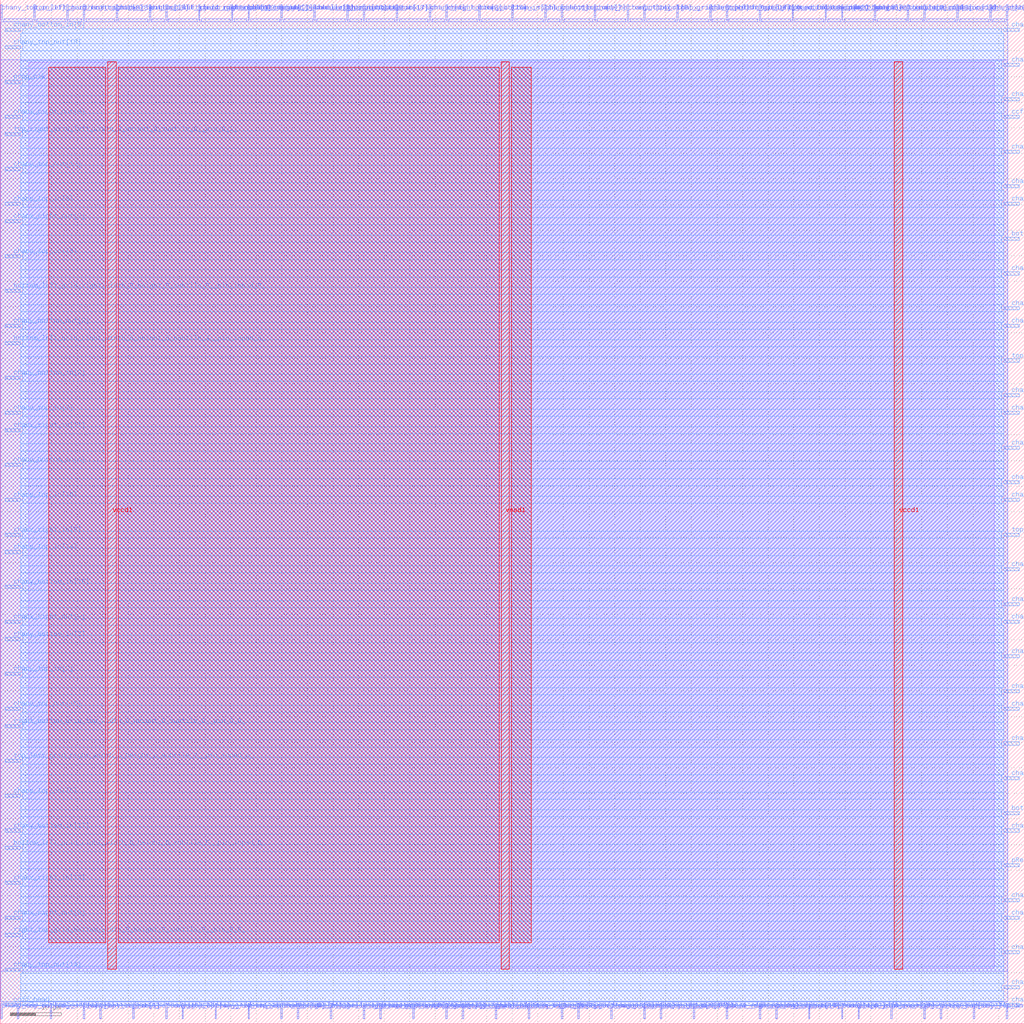
<source format=lef>
VERSION 5.7 ;
  NOWIREEXTENSIONATPIN ON ;
  DIVIDERCHAR "/" ;
  BUSBITCHARS "[]" ;
MACRO sb_0__1_
  CLASS BLOCK ;
  FOREIGN sb_0__1_ ;
  ORIGIN 0.000 0.000 ;
  SIZE 200.000 BY 200.000 ;
  PIN bottom_left_grid_right_width_0_height_0_subtile_0__pin_inpad_0_
    DIRECTION INPUT ;
    USE SIGNAL ;
    PORT
      LAYER met3 ;
        RECT 1.000 142.840 4.000 143.440 ;
    END
  END bottom_left_grid_right_width_0_height_0_subtile_0__pin_inpad_0_
  PIN bottom_left_grid_right_width_0_height_0_subtile_1__pin_inpad_0_
    DIRECTION INPUT ;
    USE SIGNAL ;
    PORT
      LAYER met2 ;
        RECT 29.070 196.000 29.350 199.000 ;
    END
  END bottom_left_grid_right_width_0_height_0_subtile_1__pin_inpad_0_
  PIN bottom_left_grid_right_width_0_height_0_subtile_2__pin_inpad_0_
    DIRECTION INPUT ;
    USE SIGNAL ;
    PORT
      LAYER met2 ;
        RECT 64.490 1.000 64.770 4.000 ;
    END
  END bottom_left_grid_right_width_0_height_0_subtile_2__pin_inpad_0_
  PIN bottom_left_grid_right_width_0_height_0_subtile_3__pin_inpad_0_
    DIRECTION INPUT ;
    USE SIGNAL ;
    PORT
      LAYER met2 ;
        RECT 96.690 1.000 96.970 4.000 ;
    END
  END bottom_left_grid_right_width_0_height_0_subtile_3__pin_inpad_0_
  PIN bottom_left_grid_right_width_0_height_0_subtile_4__pin_inpad_0_
    DIRECTION INPUT ;
    USE SIGNAL ;
    PORT
      LAYER met3 ;
        RECT 1.000 132.640 4.000 133.240 ;
    END
  END bottom_left_grid_right_width_0_height_0_subtile_4__pin_inpad_0_
  PIN bottom_left_grid_right_width_0_height_0_subtile_5__pin_inpad_0_
    DIRECTION INPUT ;
    USE SIGNAL ;
    PORT
      LAYER met3 ;
        RECT 1.000 34.040 4.000 34.640 ;
    END
  END bottom_left_grid_right_width_0_height_0_subtile_5__pin_inpad_0_
  PIN bottom_left_grid_right_width_0_height_0_subtile_6__pin_inpad_0_
    DIRECTION INPUT ;
    USE SIGNAL ;
    PORT
      LAYER met3 ;
        RECT 196.000 153.040 199.000 153.640 ;
    END
  END bottom_left_grid_right_width_0_height_0_subtile_6__pin_inpad_0_
  PIN bottom_left_grid_right_width_0_height_0_subtile_7__pin_inpad_0_
    DIRECTION INPUT ;
    USE SIGNAL ;
    PORT
      LAYER met2 ;
        RECT 58.050 1.000 58.330 4.000 ;
    END
  END bottom_left_grid_right_width_0_height_0_subtile_7__pin_inpad_0_
  PIN bottom_right_grid_left_width_0_height_0_subtile_0__pin_O_3_
    DIRECTION INPUT ;
    USE SIGNAL ;
    PORT
      LAYER met2 ;
        RECT 125.670 196.000 125.950 199.000 ;
    END
  END bottom_right_grid_left_width_0_height_0_subtile_0__pin_O_3_
  PIN bottom_right_grid_left_width_0_height_0_subtile_0__pin_O_7_
    DIRECTION INPUT ;
    USE SIGNAL ;
    PORT
      LAYER met3 ;
        RECT 196.000 40.840 199.000 41.440 ;
    END
  END bottom_right_grid_left_width_0_height_0_subtile_0__pin_O_7_
  PIN ccff_head
    DIRECTION INPUT ;
    USE SIGNAL ;
    PORT
      LAYER met3 ;
        RECT 1.000 3.440 4.000 4.040 ;
    END
  END ccff_head
  PIN ccff_tail
    DIRECTION OUTPUT TRISTATE ;
    USE SIGNAL ;
    PORT
      LAYER met3 ;
        RECT 196.000 176.840 199.000 177.440 ;
    END
  END ccff_tail
  PIN chanx_right_in[0]
    DIRECTION INPUT ;
    USE SIGNAL ;
    PORT
      LAYER met3 ;
        RECT 1.000 95.240 4.000 95.840 ;
    END
  END chanx_right_in[0]
  PIN chanx_right_in[10]
    DIRECTION INPUT ;
    USE SIGNAL ;
    PORT
      LAYER met2 ;
        RECT 132.110 196.000 132.390 199.000 ;
    END
  END chanx_right_in[10]
  PIN chanx_right_in[11]
    DIRECTION INPUT ;
    USE SIGNAL ;
    PORT
      LAYER met3 ;
        RECT 1.000 115.640 4.000 116.240 ;
    END
  END chanx_right_in[11]
  PIN chanx_right_in[12]
    DIRECTION INPUT ;
    USE SIGNAL ;
    PORT
      LAYER met2 ;
        RECT 61.270 196.000 61.550 199.000 ;
    END
  END chanx_right_in[12]
  PIN chanx_right_in[13]
    DIRECTION INPUT ;
    USE SIGNAL ;
    PORT
      LAYER met3 ;
        RECT 196.000 54.440 199.000 55.040 ;
    END
  END chanx_right_in[13]
  PIN chanx_right_in[14]
    DIRECTION INPUT ;
    USE SIGNAL ;
    PORT
      LAYER met2 ;
        RECT 141.770 1.000 142.050 4.000 ;
    END
  END chanx_right_in[14]
  PIN chanx_right_in[15]
    DIRECTION INPUT ;
    USE SIGNAL ;
    PORT
      LAYER met2 ;
        RECT 22.630 196.000 22.910 199.000 ;
    END
  END chanx_right_in[15]
  PIN chanx_right_in[16]
    DIRECTION INPUT ;
    USE SIGNAL ;
    PORT
      LAYER met2 ;
        RECT 180.410 196.000 180.690 199.000 ;
    END
  END chanx_right_in[16]
  PIN chanx_right_in[17]
    DIRECTION INPUT ;
    USE SIGNAL ;
    PORT
      LAYER met2 ;
        RECT 186.850 196.000 187.130 199.000 ;
    END
  END chanx_right_in[17]
  PIN chanx_right_in[18]
    DIRECTION INPUT ;
    USE SIGNAL ;
    PORT
      LAYER met3 ;
        RECT 1.000 27.240 4.000 27.840 ;
    END
  END chanx_right_in[18]
  PIN chanx_right_in[1]
    DIRECTION INPUT ;
    USE SIGNAL ;
    PORT
      LAYER met2 ;
        RECT 103.130 1.000 103.410 4.000 ;
    END
  END chanx_right_in[1]
  PIN chanx_right_in[2]
    DIRECTION INPUT ;
    USE SIGNAL ;
    PORT
      LAYER met3 ;
        RECT 196.000 139.440 199.000 140.040 ;
    END
  END chanx_right_in[2]
  PIN chanx_right_in[3]
    DIRECTION INPUT ;
    USE SIGNAL ;
    PORT
      LAYER met3 ;
        RECT 196.000 61.240 199.000 61.840 ;
    END
  END chanx_right_in[3]
  PIN chanx_right_in[4]
    DIRECTION INPUT ;
    USE SIGNAL ;
    PORT
      LAYER met2 ;
        RECT 77.370 196.000 77.650 199.000 ;
    END
  END chanx_right_in[4]
  PIN chanx_right_in[5]
    DIRECTION INPUT ;
    USE SIGNAL ;
    PORT
      LAYER met2 ;
        RECT 196.510 1.000 196.790 4.000 ;
    END
  END chanx_right_in[5]
  PIN chanx_right_in[6]
    DIRECTION INPUT ;
    USE SIGNAL ;
    PORT
      LAYER met2 ;
        RECT 164.310 196.000 164.590 199.000 ;
    END
  END chanx_right_in[6]
  PIN chanx_right_in[7]
    DIRECTION INPUT ;
    USE SIGNAL ;
    PORT
      LAYER met2 ;
        RECT 87.030 1.000 87.310 4.000 ;
    END
  END chanx_right_in[7]
  PIN chanx_right_in[8]
    DIRECTION INPUT ;
    USE SIGNAL ;
    PORT
      LAYER met2 ;
        RECT 16.190 196.000 16.470 199.000 ;
    END
  END chanx_right_in[8]
  PIN chanx_right_in[9]
    DIRECTION INPUT ;
    USE SIGNAL ;
    PORT
      LAYER met2 ;
        RECT 54.830 1.000 55.110 4.000 ;
    END
  END chanx_right_in[9]
  PIN chanx_right_out[0]
    DIRECTION OUTPUT TRISTATE ;
    USE SIGNAL ;
    PORT
      LAYER met3 ;
        RECT 1.000 78.240 4.000 78.840 ;
    END
  END chanx_right_out[0]
  PIN chanx_right_out[10]
    DIRECTION OUTPUT TRISTATE ;
    USE SIGNAL ;
    PORT
      LAYER met2 ;
        RECT 125.670 1.000 125.950 4.000 ;
    END
  END chanx_right_out[10]
  PIN chanx_right_out[11]
    DIRECTION OUTPUT TRISTATE ;
    USE SIGNAL ;
    PORT
      LAYER met3 ;
        RECT 196.000 64.640 199.000 65.240 ;
    END
  END chanx_right_out[11]
  PIN chanx_right_out[12]
    DIRECTION OUTPUT TRISTATE ;
    USE SIGNAL ;
    PORT
      LAYER met3 ;
        RECT 196.000 136.040 199.000 136.640 ;
    END
  END chanx_right_out[12]
  PIN chanx_right_out[13]
    DIRECTION OUTPUT TRISTATE ;
    USE SIGNAL ;
    PORT
      LAYER met2 ;
        RECT 173.970 1.000 174.250 4.000 ;
    END
  END chanx_right_out[13]
  PIN chanx_right_out[14]
    DIRECTION OUTPUT TRISTATE ;
    USE SIGNAL ;
    PORT
      LAYER met2 ;
        RECT 74.150 1.000 74.430 4.000 ;
    END
  END chanx_right_out[14]
  PIN chanx_right_out[15]
    DIRECTION OUTPUT TRISTATE ;
    USE SIGNAL ;
    PORT
      LAYER met2 ;
        RECT 161.090 196.000 161.370 199.000 ;
    END
  END chanx_right_out[15]
  PIN chanx_right_out[16]
    DIRECTION OUTPUT TRISTATE ;
    USE SIGNAL ;
    PORT
      LAYER met2 ;
        RECT 99.910 196.000 100.190 199.000 ;
    END
  END chanx_right_out[16]
  PIN chanx_right_out[17]
    DIRECTION OUTPUT TRISTATE ;
    USE SIGNAL ;
    PORT
      LAYER met2 ;
        RECT 167.530 1.000 167.810 4.000 ;
    END
  END chanx_right_out[17]
  PIN chanx_right_out[18]
    DIRECTION OUTPUT TRISTATE ;
    USE SIGNAL ;
    PORT
      LAYER met3 ;
        RECT 196.000 81.640 199.000 82.240 ;
    END
  END chanx_right_out[18]
  PIN chanx_right_out[1]
    DIRECTION OUTPUT TRISTATE ;
    USE SIGNAL ;
    PORT
      LAYER met2 ;
        RECT 38.730 196.000 39.010 199.000 ;
    END
  END chanx_right_out[1]
  PIN chanx_right_out[2]
    DIRECTION OUTPUT TRISTATE ;
    USE SIGNAL ;
    PORT
      LAYER met3 ;
        RECT 196.000 119.040 199.000 119.640 ;
    END
  END chanx_right_out[2]
  PIN chanx_right_out[3]
    DIRECTION OUTPUT TRISTATE ;
    USE SIGNAL ;
    PORT
      LAYER met2 ;
        RECT 83.810 196.000 84.090 199.000 ;
    END
  END chanx_right_out[3]
  PIN chanx_right_out[4]
    DIRECTION OUTPUT TRISTATE ;
    USE SIGNAL ;
    PORT
      LAYER met3 ;
        RECT 196.000 163.240 199.000 163.840 ;
    END
  END chanx_right_out[4]
  PIN chanx_right_out[5]
    DIRECTION OUTPUT TRISTATE ;
    USE SIGNAL ;
    PORT
      LAYER met3 ;
        RECT 1.000 20.440 4.000 21.040 ;
    END
  END chanx_right_out[5]
  PIN chanx_right_out[6]
    DIRECTION OUTPUT TRISTATE ;
    USE SIGNAL ;
    PORT
      LAYER met3 ;
        RECT 196.000 88.440 199.000 89.040 ;
    END
  END chanx_right_out[6]
  PIN chanx_right_out[7]
    DIRECTION OUTPUT TRISTATE ;
    USE SIGNAL ;
    PORT
      LAYER met3 ;
        RECT 1.000 156.440 4.000 157.040 ;
    END
  END chanx_right_out[7]
  PIN chanx_right_out[8]
    DIRECTION OUTPUT TRISTATE ;
    USE SIGNAL ;
    PORT
      LAYER met3 ;
        RECT 1.000 176.840 4.000 177.440 ;
    END
  END chanx_right_out[8]
  PIN chanx_right_out[9]
    DIRECTION OUTPUT TRISTATE ;
    USE SIGNAL ;
    PORT
      LAYER met3 ;
        RECT 196.000 159.840 199.000 160.440 ;
    END
  END chanx_right_out[9]
  PIN chany_bottom_in[0]
    DIRECTION INPUT ;
    USE SIGNAL ;
    PORT
      LAYER met3 ;
        RECT 196.000 6.840 199.000 7.440 ;
    END
  END chany_bottom_in[0]
  PIN chany_bottom_in[10]
    DIRECTION INPUT ;
    USE SIGNAL ;
    PORT
      LAYER met2 ;
        RECT 106.350 196.000 106.630 199.000 ;
    END
  END chany_bottom_in[10]
  PIN chany_bottom_in[11]
    DIRECTION INPUT ;
    USE SIGNAL ;
    PORT
      LAYER met2 ;
        RECT 93.470 196.000 93.750 199.000 ;
    END
  END chany_bottom_in[11]
  PIN chany_bottom_in[12]
    DIRECTION INPUT ;
    USE SIGNAL ;
    PORT
      LAYER met2 ;
        RECT 154.650 196.000 154.930 199.000 ;
    END
  END chany_bottom_in[12]
  PIN chany_bottom_in[13]
    DIRECTION INPUT ;
    USE SIGNAL ;
    PORT
      LAYER met3 ;
        RECT 196.000 187.040 199.000 187.640 ;
    END
  END chany_bottom_in[13]
  PIN chany_bottom_in[14]
    DIRECTION INPUT ;
    USE SIGNAL ;
    PORT
      LAYER met2 ;
        RECT 116.010 196.000 116.290 199.000 ;
    END
  END chany_bottom_in[14]
  PIN chany_bottom_in[15]
    DIRECTION INPUT ;
    USE SIGNAL ;
    PORT
      LAYER met2 ;
        RECT 48.390 1.000 48.670 4.000 ;
    END
  END chany_bottom_in[15]
  PIN chany_bottom_in[16]
    DIRECTION INPUT ;
    USE SIGNAL ;
    PORT
      LAYER met3 ;
        RECT 1.000 85.040 4.000 85.640 ;
    END
  END chany_bottom_in[16]
  PIN chany_bottom_in[17]
    DIRECTION INPUT ;
    USE SIGNAL ;
    PORT
      LAYER met3 ;
        RECT 1.000 37.440 4.000 38.040 ;
    END
  END chany_bottom_in[17]
  PIN chany_bottom_in[18]
    DIRECTION INPUT ;
    USE SIGNAL ;
    PORT
      LAYER met2 ;
        RECT 157.870 1.000 158.150 4.000 ;
    END
  END chany_bottom_in[18]
  PIN chany_bottom_in[1]
    DIRECTION INPUT ;
    USE SIGNAL ;
    PORT
      LAYER met3 ;
        RECT 196.000 3.440 199.000 4.040 ;
    END
  END chany_bottom_in[1]
  PIN chany_bottom_in[2]
    DIRECTION INPUT ;
    USE SIGNAL ;
    PORT
      LAYER met3 ;
        RECT 1.000 74.840 4.000 75.440 ;
    END
  END chany_bottom_in[2]
  PIN chany_bottom_in[3]
    DIRECTION INPUT ;
    USE SIGNAL ;
    PORT
      LAYER met3 ;
        RECT 196.000 37.440 199.000 38.040 ;
    END
  END chany_bottom_in[3]
  PIN chany_bottom_in[4]
    DIRECTION INPUT ;
    USE SIGNAL ;
    PORT
      LAYER met2 ;
        RECT 54.830 196.000 55.110 199.000 ;
    END
  END chany_bottom_in[4]
  PIN chany_bottom_in[5]
    DIRECTION INPUT ;
    USE SIGNAL ;
    PORT
      LAYER met3 ;
        RECT 1.000 193.840 4.000 194.440 ;
    END
  END chany_bottom_in[5]
  PIN chany_bottom_in[6]
    DIRECTION INPUT ;
    USE SIGNAL ;
    PORT
      LAYER met3 ;
        RECT 1.000 108.840 4.000 109.440 ;
    END
  END chany_bottom_in[6]
  PIN chany_bottom_in[7]
    DIRECTION INPUT ;
    USE SIGNAL ;
    PORT
      LAYER met2 ;
        RECT 80.590 1.000 80.870 4.000 ;
    END
  END chany_bottom_in[7]
  PIN chany_bottom_in[8]
    DIRECTION INPUT ;
    USE SIGNAL ;
    PORT
      LAYER met3 ;
        RECT 1.000 125.840 4.000 126.440 ;
    END
  END chany_bottom_in[8]
  PIN chany_bottom_in[9]
    DIRECTION INPUT ;
    USE SIGNAL ;
    PORT
      LAYER met2 ;
        RECT 170.750 196.000 171.030 199.000 ;
    END
  END chany_bottom_in[9]
  PIN chany_bottom_out[0]
    DIRECTION OUTPUT TRISTATE ;
    USE SIGNAL ;
    PORT
      LAYER met2 ;
        RECT 112.790 1.000 113.070 4.000 ;
    END
  END chany_bottom_out[0]
  PIN chany_bottom_out[10]
    DIRECTION OUTPUT TRISTATE ;
    USE SIGNAL ;
    PORT
      LAYER met2 ;
        RECT 148.210 1.000 148.490 4.000 ;
    END
  END chany_bottom_out[10]
  PIN chany_bottom_out[11]
    DIRECTION OUTPUT TRISTATE ;
    USE SIGNAL ;
    PORT
      LAYER met3 ;
        RECT 196.000 122.440 199.000 123.040 ;
    END
  END chany_bottom_out[11]
  PIN chany_bottom_out[12]
    DIRECTION OUTPUT TRISTATE ;
    USE SIGNAL ;
    PORT
      LAYER met3 ;
        RECT 196.000 23.840 199.000 24.440 ;
    END
  END chany_bottom_out[12]
  PIN chany_bottom_out[13]
    DIRECTION OUTPUT TRISTATE ;
    USE SIGNAL ;
    PORT
      LAYER met2 ;
        RECT 138.550 196.000 138.830 199.000 ;
    END
  END chany_bottom_out[13]
  PIN chany_bottom_out[14]
    DIRECTION OUTPUT TRISTATE ;
    USE SIGNAL ;
    PORT
      LAYER met3 ;
        RECT 196.000 193.840 199.000 194.440 ;
    END
  END chany_bottom_out[14]
  PIN chany_bottom_out[15]
    DIRECTION OUTPUT TRISTATE ;
    USE SIGNAL ;
    PORT
      LAYER met2 ;
        RECT 87.030 196.000 87.310 199.000 ;
    END
  END chany_bottom_out[15]
  PIN chany_bottom_out[16]
    DIRECTION OUTPUT TRISTATE ;
    USE SIGNAL ;
    PORT
      LAYER met2 ;
        RECT 3.310 1.000 3.590 4.000 ;
    END
  END chany_bottom_out[16]
  PIN chany_bottom_out[17]
    DIRECTION OUTPUT TRISTATE ;
    USE SIGNAL ;
    PORT
      LAYER met2 ;
        RECT 25.850 1.000 26.130 4.000 ;
    END
  END chany_bottom_out[17]
  PIN chany_bottom_out[18]
    DIRECTION OUTPUT TRISTATE ;
    USE SIGNAL ;
    PORT
      LAYER met2 ;
        RECT 67.710 196.000 67.990 199.000 ;
    END
  END chany_bottom_out[18]
  PIN chany_bottom_out[1]
    DIRECTION OUTPUT TRISTATE ;
    USE SIGNAL ;
    PORT
      LAYER met2 ;
        RECT 45.170 196.000 45.450 199.000 ;
    END
  END chany_bottom_out[1]
  PIN chany_bottom_out[2]
    DIRECTION OUTPUT TRISTATE ;
    USE SIGNAL ;
    PORT
      LAYER met3 ;
        RECT 196.000 105.440 199.000 106.040 ;
    END
  END chany_bottom_out[2]
  PIN chany_bottom_out[3]
    DIRECTION OUTPUT TRISTATE ;
    USE SIGNAL ;
    PORT
      LAYER met3 ;
        RECT 196.000 71.440 199.000 72.040 ;
    END
  END chany_bottom_out[3]
  PIN chany_bottom_out[4]
    DIRECTION OUTPUT TRISTATE ;
    USE SIGNAL ;
    PORT
      LAYER met2 ;
        RECT 196.510 196.000 196.790 199.000 ;
    END
  END chany_bottom_out[4]
  PIN chany_bottom_out[5]
    DIRECTION OUTPUT TRISTATE ;
    USE SIGNAL ;
    PORT
      LAYER met2 ;
        RECT 16.190 1.000 16.470 4.000 ;
    END
  END chany_bottom_out[5]
  PIN chany_bottom_out[6]
    DIRECTION OUTPUT TRISTATE ;
    USE SIGNAL ;
    PORT
      LAYER met3 ;
        RECT 196.000 13.640 199.000 14.240 ;
    END
  END chany_bottom_out[6]
  PIN chany_bottom_out[7]
    DIRECTION OUTPUT TRISTATE ;
    USE SIGNAL ;
    PORT
      LAYER met3 ;
        RECT 196.000 78.240 199.000 78.840 ;
    END
  END chany_bottom_out[7]
  PIN chany_bottom_out[8]
    DIRECTION OUTPUT TRISTATE ;
    USE SIGNAL ;
    PORT
      LAYER met3 ;
        RECT 1.000 136.040 4.000 136.640 ;
    END
  END chany_bottom_out[8]
  PIN chany_bottom_out[9]
    DIRECTION OUTPUT TRISTATE ;
    USE SIGNAL ;
    PORT
      LAYER met2 ;
        RECT 12.970 196.000 13.250 199.000 ;
    END
  END chany_bottom_out[9]
  PIN chany_top_in[0]
    DIRECTION INPUT ;
    USE SIGNAL ;
    PORT
      LAYER met2 ;
        RECT 183.630 1.000 183.910 4.000 ;
    END
  END chany_top_in[0]
  PIN chany_top_in[10]
    DIRECTION INPUT ;
    USE SIGNAL ;
    PORT
      LAYER met3 ;
        RECT 1.000 102.040 4.000 102.640 ;
    END
  END chany_top_in[10]
  PIN chany_top_in[11]
    DIRECTION INPUT ;
    USE SIGNAL ;
    PORT
      LAYER met2 ;
        RECT 0.090 196.000 0.370 199.000 ;
    END
  END chany_top_in[11]
  PIN chany_top_in[12]
    DIRECTION INPUT ;
    USE SIGNAL ;
    PORT
      LAYER met2 ;
        RECT 193.290 196.000 193.570 199.000 ;
    END
  END chany_top_in[12]
  PIN chany_top_in[13]
    DIRECTION INPUT ;
    USE SIGNAL ;
    PORT
      LAYER met2 ;
        RECT 41.950 1.000 42.230 4.000 ;
    END
  END chany_top_in[13]
  PIN chany_top_in[14]
    DIRECTION INPUT ;
    USE SIGNAL ;
    PORT
      LAYER met3 ;
        RECT 1.000 91.840 4.000 92.440 ;
    END
  END chany_top_in[14]
  PIN chany_top_in[15]
    DIRECTION INPUT ;
    USE SIGNAL ;
    PORT
      LAYER met2 ;
        RECT 119.230 1.000 119.510 4.000 ;
    END
  END chany_top_in[15]
  PIN chany_top_in[16]
    DIRECTION INPUT ;
    USE SIGNAL ;
    PORT
      LAYER met2 ;
        RECT 190.070 1.000 190.350 4.000 ;
    END
  END chany_top_in[16]
  PIN chany_top_in[17]
    DIRECTION INPUT ;
    USE SIGNAL ;
    PORT
      LAYER met2 ;
        RECT 70.930 196.000 71.210 199.000 ;
    END
  END chany_top_in[17]
  PIN chany_top_in[18]
    DIRECTION INPUT ;
    USE SIGNAL ;
    PORT
      LAYER met2 ;
        RECT 151.430 1.000 151.710 4.000 ;
    END
  END chany_top_in[18]
  PIN chany_top_in[1]
    DIRECTION INPUT ;
    USE SIGNAL ;
    PORT
      LAYER met2 ;
        RECT 19.410 1.000 19.690 4.000 ;
    END
  END chany_top_in[1]
  PIN chany_top_in[2]
    DIRECTION INPUT ;
    USE SIGNAL ;
    PORT
      LAYER met3 ;
        RECT 1.000 68.040 4.000 68.640 ;
    END
  END chany_top_in[2]
  PIN chany_top_in[3]
    DIRECTION INPUT ;
    USE SIGNAL ;
    PORT
      LAYER met3 ;
        RECT 196.000 20.440 199.000 21.040 ;
    END
  END chany_top_in[3]
  PIN chany_top_in[4]
    DIRECTION INPUT ;
    USE SIGNAL ;
    PORT
      LAYER met3 ;
        RECT 196.000 146.240 199.000 146.840 ;
    END
  END chany_top_in[4]
  PIN chany_top_in[5]
    DIRECTION INPUT ;
    USE SIGNAL ;
    PORT
      LAYER met3 ;
        RECT 196.000 102.040 199.000 102.640 ;
    END
  END chany_top_in[5]
  PIN chany_top_in[6]
    DIRECTION INPUT ;
    USE SIGNAL ;
    PORT
      LAYER met2 ;
        RECT 164.310 1.000 164.590 4.000 ;
    END
  END chany_top_in[6]
  PIN chany_top_in[7]
    DIRECTION INPUT ;
    USE SIGNAL ;
    PORT
      LAYER met3 ;
        RECT 1.000 119.040 4.000 119.640 ;
    END
  END chany_top_in[7]
  PIN chany_top_in[8]
    DIRECTION INPUT ;
    USE SIGNAL ;
    PORT
      LAYER met3 ;
        RECT 196.000 47.640 199.000 48.240 ;
    END
  END chany_top_in[8]
  PIN chany_top_in[9]
    DIRECTION INPUT ;
    USE SIGNAL ;
    PORT
      LAYER met3 ;
        RECT 1.000 159.840 4.000 160.440 ;
    END
  END chany_top_in[9]
  PIN chany_top_out[0]
    DIRECTION OUTPUT TRISTATE ;
    USE SIGNAL ;
    PORT
      LAYER met3 ;
        RECT 196.000 112.240 199.000 112.840 ;
    END
  END chany_top_out[0]
  PIN chany_top_out[10]
    DIRECTION OUTPUT TRISTATE ;
    USE SIGNAL ;
    PORT
      LAYER met3 ;
        RECT 196.000 170.040 199.000 170.640 ;
    END
  END chany_top_out[10]
  PIN chany_top_out[11]
    DIRECTION OUTPUT TRISTATE ;
    USE SIGNAL ;
    PORT
      LAYER met2 ;
        RECT 180.410 1.000 180.690 4.000 ;
    END
  END chany_top_out[11]
  PIN chany_top_out[12]
    DIRECTION OUTPUT TRISTATE ;
    USE SIGNAL ;
    PORT
      LAYER met3 ;
        RECT 196.000 180.240 199.000 180.840 ;
    END
  END chany_top_out[12]
  PIN chany_top_out[13]
    DIRECTION OUTPUT TRISTATE ;
    USE SIGNAL ;
    PORT
      LAYER met3 ;
        RECT 1.000 166.640 4.000 167.240 ;
    END
  END chany_top_out[13]
  PIN chany_top_out[14]
    DIRECTION OUTPUT TRISTATE ;
    USE SIGNAL ;
    PORT
      LAYER met3 ;
        RECT 1.000 10.240 4.000 10.840 ;
    END
  END chany_top_out[14]
  PIN chany_top_out[15]
    DIRECTION OUTPUT TRISTATE ;
    USE SIGNAL ;
    PORT
      LAYER met3 ;
        RECT 1.000 61.240 4.000 61.840 ;
    END
  END chany_top_out[15]
  PIN chany_top_out[16]
    DIRECTION OUTPUT TRISTATE ;
    USE SIGNAL ;
    PORT
      LAYER met2 ;
        RECT 0.090 1.000 0.370 4.000 ;
    END
  END chany_top_out[16]
  PIN chany_top_out[17]
    DIRECTION OUTPUT TRISTATE ;
    USE SIGNAL ;
    PORT
      LAYER met2 ;
        RECT 128.890 1.000 129.170 4.000 ;
    END
  END chany_top_out[17]
  PIN chany_top_out[18]
    DIRECTION OUTPUT TRISTATE ;
    USE SIGNAL ;
    PORT
      LAYER met3 ;
        RECT 1.000 190.440 4.000 191.040 ;
    END
  END chany_top_out[18]
  PIN chany_top_out[1]
    DIRECTION OUTPUT TRISTATE ;
    USE SIGNAL ;
    PORT
      LAYER met2 ;
        RECT 48.390 196.000 48.670 199.000 ;
    END
  END chany_top_out[1]
  PIN chany_top_out[2]
    DIRECTION OUTPUT TRISTATE ;
    USE SIGNAL ;
    PORT
      LAYER met2 ;
        RECT 122.450 196.000 122.730 199.000 ;
    END
  END chany_top_out[2]
  PIN chany_top_out[3]
    DIRECTION OUTPUT TRISTATE ;
    USE SIGNAL ;
    PORT
      LAYER met3 ;
        RECT 1.000 149.640 4.000 150.240 ;
    END
  END chany_top_out[3]
  PIN chany_top_out[4]
    DIRECTION OUTPUT TRISTATE ;
    USE SIGNAL ;
    PORT
      LAYER met2 ;
        RECT 32.290 1.000 32.570 4.000 ;
    END
  END chany_top_out[4]
  PIN chany_top_out[5]
    DIRECTION OUTPUT TRISTATE ;
    USE SIGNAL ;
    PORT
      LAYER met2 ;
        RECT 9.750 1.000 10.030 4.000 ;
    END
  END chany_top_out[5]
  PIN chany_top_out[6]
    DIRECTION OUTPUT TRISTATE ;
    USE SIGNAL ;
    PORT
      LAYER met3 ;
        RECT 1.000 44.240 4.000 44.840 ;
    END
  END chany_top_out[6]
  PIN chany_top_out[7]
    DIRECTION OUTPUT TRISTATE ;
    USE SIGNAL ;
    PORT
      LAYER met2 ;
        RECT 109.570 196.000 109.850 199.000 ;
    END
  END chany_top_out[7]
  PIN chany_top_out[8]
    DIRECTION OUTPUT TRISTATE ;
    USE SIGNAL ;
    PORT
      LAYER met2 ;
        RECT 90.250 1.000 90.530 4.000 ;
    END
  END chany_top_out[8]
  PIN chany_top_out[9]
    DIRECTION OUTPUT TRISTATE ;
    USE SIGNAL ;
    PORT
      LAYER met2 ;
        RECT 177.190 196.000 177.470 199.000 ;
    END
  END chany_top_out[9]
  PIN pReset
    DIRECTION INPUT ;
    USE SIGNAL ;
    PORT
      LAYER met3 ;
        RECT 196.000 30.640 199.000 31.240 ;
    END
  END pReset
  PIN prog_clk
    DIRECTION INPUT ;
    USE SIGNAL ;
    PORT
      LAYER met3 ;
        RECT 1.000 183.640 4.000 184.240 ;
    END
  END prog_clk
  PIN right_bottom_grid_top_width_0_height_0_subtile_0__pin_O_0_
    DIRECTION INPUT ;
    USE SIGNAL ;
    PORT
      LAYER met3 ;
        RECT 1.000 57.840 4.000 58.440 ;
    END
  END right_bottom_grid_top_width_0_height_0_subtile_0__pin_O_0_
  PIN right_bottom_grid_top_width_0_height_0_subtile_0__pin_O_4_
    DIRECTION INPUT ;
    USE SIGNAL ;
    PORT
      LAYER met2 ;
        RECT 35.510 1.000 35.790 4.000 ;
    END
  END right_bottom_grid_top_width_0_height_0_subtile_0__pin_O_4_
  PIN right_top_grid_bottom_width_0_height_0_subtile_0__pin_O_2_
    DIRECTION INPUT ;
    USE SIGNAL ;
    PORT
      LAYER met2 ;
        RECT 70.930 1.000 71.210 4.000 ;
    END
  END right_top_grid_bottom_width_0_height_0_subtile_0__pin_O_2_
  PIN right_top_grid_bottom_width_0_height_0_subtile_0__pin_O_6_
    DIRECTION INPUT ;
    USE SIGNAL ;
    PORT
      LAYER met3 ;
        RECT 1.000 17.040 4.000 17.640 ;
    END
  END right_top_grid_bottom_width_0_height_0_subtile_0__pin_O_6_
  PIN top_left_grid_right_width_0_height_0_subtile_0__pin_inpad_0_
    DIRECTION INPUT ;
    USE SIGNAL ;
    PORT
      LAYER met3 ;
        RECT 196.000 129.240 199.000 129.840 ;
    END
  END top_left_grid_right_width_0_height_0_subtile_0__pin_inpad_0_
  PIN top_left_grid_right_width_0_height_0_subtile_1__pin_inpad_0_
    DIRECTION INPUT ;
    USE SIGNAL ;
    PORT
      LAYER met2 ;
        RECT 109.570 1.000 109.850 4.000 ;
    END
  END top_left_grid_right_width_0_height_0_subtile_1__pin_inpad_0_
  PIN top_left_grid_right_width_0_height_0_subtile_2__pin_inpad_0_
    DIRECTION INPUT ;
    USE SIGNAL ;
    PORT
      LAYER met2 ;
        RECT 148.210 196.000 148.490 199.000 ;
    END
  END top_left_grid_right_width_0_height_0_subtile_2__pin_inpad_0_
  PIN top_left_grid_right_width_0_height_0_subtile_3__pin_inpad_0_
    DIRECTION INPUT ;
    USE SIGNAL ;
    PORT
      LAYER met2 ;
        RECT 141.770 196.000 142.050 199.000 ;
    END
  END top_left_grid_right_width_0_height_0_subtile_3__pin_inpad_0_
  PIN top_left_grid_right_width_0_height_0_subtile_4__pin_inpad_0_
    DIRECTION INPUT ;
    USE SIGNAL ;
    PORT
      LAYER met2 ;
        RECT 6.530 196.000 6.810 199.000 ;
    END
  END top_left_grid_right_width_0_height_0_subtile_4__pin_inpad_0_
  PIN top_left_grid_right_width_0_height_0_subtile_5__pin_inpad_0_
    DIRECTION INPUT ;
    USE SIGNAL ;
    PORT
      LAYER met2 ;
        RECT 32.290 196.000 32.570 199.000 ;
    END
  END top_left_grid_right_width_0_height_0_subtile_5__pin_inpad_0_
  PIN top_left_grid_right_width_0_height_0_subtile_6__pin_inpad_0_
    DIRECTION INPUT ;
    USE SIGNAL ;
    PORT
      LAYER met2 ;
        RECT 135.330 1.000 135.610 4.000 ;
    END
  END top_left_grid_right_width_0_height_0_subtile_6__pin_inpad_0_
  PIN top_left_grid_right_width_0_height_0_subtile_7__pin_inpad_0_
    DIRECTION INPUT ;
    USE SIGNAL ;
    PORT
      LAYER met3 ;
        RECT 1.000 51.040 4.000 51.640 ;
    END
  END top_left_grid_right_width_0_height_0_subtile_7__pin_inpad_0_
  PIN top_right_grid_left_width_0_height_0_subtile_0__pin_O_3_
    DIRECTION INPUT ;
    USE SIGNAL ;
    PORT
      LAYER met3 ;
        RECT 1.000 173.440 4.000 174.040 ;
    END
  END top_right_grid_left_width_0_height_0_subtile_0__pin_O_3_
  PIN top_right_grid_left_width_0_height_0_subtile_0__pin_O_7_
    DIRECTION INPUT ;
    USE SIGNAL ;
    PORT
      LAYER met3 ;
        RECT 196.000 95.240 199.000 95.840 ;
    END
  END top_right_grid_left_width_0_height_0_subtile_0__pin_O_7_
  PIN vccd1
    DIRECTION INOUT ;
    USE POWER ;
    PORT
      LAYER met4 ;
        RECT 21.040 10.640 22.640 187.920 ;
    END
    PORT
      LAYER met4 ;
        RECT 174.640 10.640 176.240 187.920 ;
    END
  END vccd1
  PIN vssd1
    DIRECTION INOUT ;
    USE GROUND ;
    PORT
      LAYER met4 ;
        RECT 97.840 10.640 99.440 187.920 ;
    END
  END vssd1
  OBS
      LAYER li1 ;
        RECT 5.520 10.795 194.120 187.765 ;
      LAYER met1 ;
        RECT 0.070 10.240 196.810 188.320 ;
      LAYER met2 ;
        RECT 0.650 195.720 6.250 196.250 ;
        RECT 7.090 195.720 12.690 196.250 ;
        RECT 13.530 195.720 15.910 196.250 ;
        RECT 16.750 195.720 22.350 196.250 ;
        RECT 23.190 195.720 28.790 196.250 ;
        RECT 29.630 195.720 32.010 196.250 ;
        RECT 32.850 195.720 38.450 196.250 ;
        RECT 39.290 195.720 44.890 196.250 ;
        RECT 45.730 195.720 48.110 196.250 ;
        RECT 48.950 195.720 54.550 196.250 ;
        RECT 55.390 195.720 60.990 196.250 ;
        RECT 61.830 195.720 67.430 196.250 ;
        RECT 68.270 195.720 70.650 196.250 ;
        RECT 71.490 195.720 77.090 196.250 ;
        RECT 77.930 195.720 83.530 196.250 ;
        RECT 84.370 195.720 86.750 196.250 ;
        RECT 87.590 195.720 93.190 196.250 ;
        RECT 94.030 195.720 99.630 196.250 ;
        RECT 100.470 195.720 106.070 196.250 ;
        RECT 106.910 195.720 109.290 196.250 ;
        RECT 110.130 195.720 115.730 196.250 ;
        RECT 116.570 195.720 122.170 196.250 ;
        RECT 123.010 195.720 125.390 196.250 ;
        RECT 126.230 195.720 131.830 196.250 ;
        RECT 132.670 195.720 138.270 196.250 ;
        RECT 139.110 195.720 141.490 196.250 ;
        RECT 142.330 195.720 147.930 196.250 ;
        RECT 148.770 195.720 154.370 196.250 ;
        RECT 155.210 195.720 160.810 196.250 ;
        RECT 161.650 195.720 164.030 196.250 ;
        RECT 164.870 195.720 170.470 196.250 ;
        RECT 171.310 195.720 176.910 196.250 ;
        RECT 177.750 195.720 180.130 196.250 ;
        RECT 180.970 195.720 186.570 196.250 ;
        RECT 187.410 195.720 193.010 196.250 ;
        RECT 193.850 195.720 196.230 196.250 ;
        RECT 0.100 4.280 196.780 195.720 ;
        RECT 0.650 3.555 3.030 4.280 ;
        RECT 3.870 3.555 9.470 4.280 ;
        RECT 10.310 3.555 15.910 4.280 ;
        RECT 16.750 3.555 19.130 4.280 ;
        RECT 19.970 3.555 25.570 4.280 ;
        RECT 26.410 3.555 32.010 4.280 ;
        RECT 32.850 3.555 35.230 4.280 ;
        RECT 36.070 3.555 41.670 4.280 ;
        RECT 42.510 3.555 48.110 4.280 ;
        RECT 48.950 3.555 54.550 4.280 ;
        RECT 55.390 3.555 57.770 4.280 ;
        RECT 58.610 3.555 64.210 4.280 ;
        RECT 65.050 3.555 70.650 4.280 ;
        RECT 71.490 3.555 73.870 4.280 ;
        RECT 74.710 3.555 80.310 4.280 ;
        RECT 81.150 3.555 86.750 4.280 ;
        RECT 87.590 3.555 89.970 4.280 ;
        RECT 90.810 3.555 96.410 4.280 ;
        RECT 97.250 3.555 102.850 4.280 ;
        RECT 103.690 3.555 109.290 4.280 ;
        RECT 110.130 3.555 112.510 4.280 ;
        RECT 113.350 3.555 118.950 4.280 ;
        RECT 119.790 3.555 125.390 4.280 ;
        RECT 126.230 3.555 128.610 4.280 ;
        RECT 129.450 3.555 135.050 4.280 ;
        RECT 135.890 3.555 141.490 4.280 ;
        RECT 142.330 3.555 147.930 4.280 ;
        RECT 148.770 3.555 151.150 4.280 ;
        RECT 151.990 3.555 157.590 4.280 ;
        RECT 158.430 3.555 164.030 4.280 ;
        RECT 164.870 3.555 167.250 4.280 ;
        RECT 168.090 3.555 173.690 4.280 ;
        RECT 174.530 3.555 180.130 4.280 ;
        RECT 180.970 3.555 183.350 4.280 ;
        RECT 184.190 3.555 189.790 4.280 ;
        RECT 190.630 3.555 196.230 4.280 ;
      LAYER met3 ;
        RECT 4.400 193.440 195.600 194.305 ;
        RECT 4.000 191.440 196.000 193.440 ;
        RECT 4.400 190.040 196.000 191.440 ;
        RECT 4.000 188.040 196.000 190.040 ;
        RECT 4.000 186.640 195.600 188.040 ;
        RECT 4.000 184.640 196.000 186.640 ;
        RECT 4.400 183.240 196.000 184.640 ;
        RECT 4.000 181.240 196.000 183.240 ;
        RECT 4.000 179.840 195.600 181.240 ;
        RECT 4.000 177.840 196.000 179.840 ;
        RECT 4.400 176.440 195.600 177.840 ;
        RECT 4.000 174.440 196.000 176.440 ;
        RECT 4.400 173.040 196.000 174.440 ;
        RECT 4.000 171.040 196.000 173.040 ;
        RECT 4.000 169.640 195.600 171.040 ;
        RECT 4.000 167.640 196.000 169.640 ;
        RECT 4.400 166.240 196.000 167.640 ;
        RECT 4.000 164.240 196.000 166.240 ;
        RECT 4.000 162.840 195.600 164.240 ;
        RECT 4.000 160.840 196.000 162.840 ;
        RECT 4.400 159.440 195.600 160.840 ;
        RECT 4.000 157.440 196.000 159.440 ;
        RECT 4.400 156.040 196.000 157.440 ;
        RECT 4.000 154.040 196.000 156.040 ;
        RECT 4.000 152.640 195.600 154.040 ;
        RECT 4.000 150.640 196.000 152.640 ;
        RECT 4.400 149.240 196.000 150.640 ;
        RECT 4.000 147.240 196.000 149.240 ;
        RECT 4.000 145.840 195.600 147.240 ;
        RECT 4.000 143.840 196.000 145.840 ;
        RECT 4.400 142.440 196.000 143.840 ;
        RECT 4.000 140.440 196.000 142.440 ;
        RECT 4.000 139.040 195.600 140.440 ;
        RECT 4.000 137.040 196.000 139.040 ;
        RECT 4.400 135.640 195.600 137.040 ;
        RECT 4.000 133.640 196.000 135.640 ;
        RECT 4.400 132.240 196.000 133.640 ;
        RECT 4.000 130.240 196.000 132.240 ;
        RECT 4.000 128.840 195.600 130.240 ;
        RECT 4.000 126.840 196.000 128.840 ;
        RECT 4.400 125.440 196.000 126.840 ;
        RECT 4.000 123.440 196.000 125.440 ;
        RECT 4.000 122.040 195.600 123.440 ;
        RECT 4.000 120.040 196.000 122.040 ;
        RECT 4.400 118.640 195.600 120.040 ;
        RECT 4.000 116.640 196.000 118.640 ;
        RECT 4.400 115.240 196.000 116.640 ;
        RECT 4.000 113.240 196.000 115.240 ;
        RECT 4.000 111.840 195.600 113.240 ;
        RECT 4.000 109.840 196.000 111.840 ;
        RECT 4.400 108.440 196.000 109.840 ;
        RECT 4.000 106.440 196.000 108.440 ;
        RECT 4.000 105.040 195.600 106.440 ;
        RECT 4.000 103.040 196.000 105.040 ;
        RECT 4.400 101.640 195.600 103.040 ;
        RECT 4.000 96.240 196.000 101.640 ;
        RECT 4.400 94.840 195.600 96.240 ;
        RECT 4.000 92.840 196.000 94.840 ;
        RECT 4.400 91.440 196.000 92.840 ;
        RECT 4.000 89.440 196.000 91.440 ;
        RECT 4.000 88.040 195.600 89.440 ;
        RECT 4.000 86.040 196.000 88.040 ;
        RECT 4.400 84.640 196.000 86.040 ;
        RECT 4.000 82.640 196.000 84.640 ;
        RECT 4.000 81.240 195.600 82.640 ;
        RECT 4.000 79.240 196.000 81.240 ;
        RECT 4.400 77.840 195.600 79.240 ;
        RECT 4.000 75.840 196.000 77.840 ;
        RECT 4.400 74.440 196.000 75.840 ;
        RECT 4.000 72.440 196.000 74.440 ;
        RECT 4.000 71.040 195.600 72.440 ;
        RECT 4.000 69.040 196.000 71.040 ;
        RECT 4.400 67.640 196.000 69.040 ;
        RECT 4.000 65.640 196.000 67.640 ;
        RECT 4.000 64.240 195.600 65.640 ;
        RECT 4.000 62.240 196.000 64.240 ;
        RECT 4.400 60.840 195.600 62.240 ;
        RECT 4.000 58.840 196.000 60.840 ;
        RECT 4.400 57.440 196.000 58.840 ;
        RECT 4.000 55.440 196.000 57.440 ;
        RECT 4.000 54.040 195.600 55.440 ;
        RECT 4.000 52.040 196.000 54.040 ;
        RECT 4.400 50.640 196.000 52.040 ;
        RECT 4.000 48.640 196.000 50.640 ;
        RECT 4.000 47.240 195.600 48.640 ;
        RECT 4.000 45.240 196.000 47.240 ;
        RECT 4.400 43.840 196.000 45.240 ;
        RECT 4.000 41.840 196.000 43.840 ;
        RECT 4.000 40.440 195.600 41.840 ;
        RECT 4.000 38.440 196.000 40.440 ;
        RECT 4.400 37.040 195.600 38.440 ;
        RECT 4.000 35.040 196.000 37.040 ;
        RECT 4.400 33.640 196.000 35.040 ;
        RECT 4.000 31.640 196.000 33.640 ;
        RECT 4.000 30.240 195.600 31.640 ;
        RECT 4.000 28.240 196.000 30.240 ;
        RECT 4.400 26.840 196.000 28.240 ;
        RECT 4.000 24.840 196.000 26.840 ;
        RECT 4.000 23.440 195.600 24.840 ;
        RECT 4.000 21.440 196.000 23.440 ;
        RECT 4.400 20.040 195.600 21.440 ;
        RECT 4.000 18.040 196.000 20.040 ;
        RECT 4.400 16.640 196.000 18.040 ;
        RECT 4.000 14.640 196.000 16.640 ;
        RECT 4.000 13.240 195.600 14.640 ;
        RECT 4.000 11.240 196.000 13.240 ;
        RECT 4.400 9.840 196.000 11.240 ;
        RECT 4.000 7.840 196.000 9.840 ;
        RECT 4.000 6.440 195.600 7.840 ;
        RECT 4.000 4.440 196.000 6.440 ;
        RECT 4.400 3.575 195.600 4.440 ;
      LAYER met4 ;
        RECT 9.495 15.815 20.640 186.825 ;
        RECT 23.040 15.815 97.440 186.825 ;
        RECT 99.840 15.815 103.665 186.825 ;
  END
END sb_0__1_
END LIBRARY


</source>
